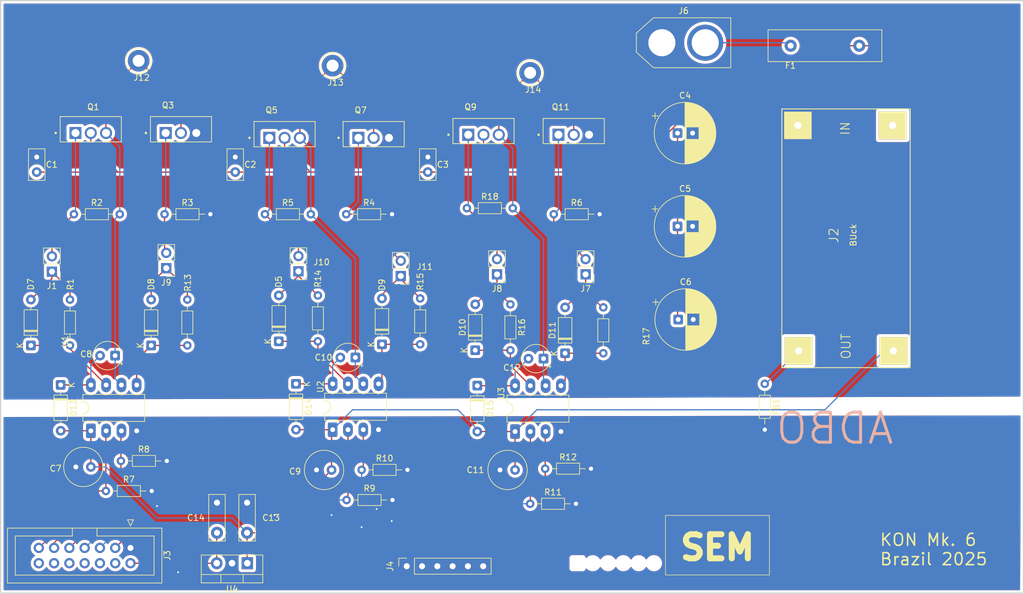
<source format=kicad_pcb>
(kicad_pcb (version 20241229) (generator "pcbnew") (generator_version "9.0")
  (layers (0 "F.Cu" signal) (2 "B.Cu" signal) (13 "F.Paste" user) (15 "B.Paste" user) (5 "F.SilkS" user "F.Silkscreen") (7 "B.SilkS" user "B.Silkscreen") (1 "F.Mask" user) (3 "B.Mask" user) (25 "Edge.Cuts" user))
  (net 0 "")
  (net 1 "Earth")
  (net 2 "VCC")
  (net 3 "MA")
  (net 4 "MB")
  (net 5 "MC")
  (net 6 "+12V")
  (net 7 "Net-(D13-K)")
  (net 8 "Net-(D14-K)")
  (net 9 "Net-(D15-K)")
  (net 10 "/LIN_B")
  (net 11 "/HIN_C")
  (net 12 "/LIN_C")
  (net 13 "/LIN_A")
  (net 14 "/HIN_A")
  (net 15 "/HIN_B")
  (net 16 "+5V")
  (net 17 "LO_B")
  (net 18 "LO_C")
  (net 19 "LO_A")
  (net 20 "HO_B")
  (net 21 "HO_A")
  (net 22 "HO_C")
  (net 23 "Net-(D5-K)")
  (net 24 "Net-(D5-A)")
  (net 25 "Net-(D7-A)")
  (net 26 "Net-(D7-K)")
  (net 27 "Net-(D8-A)")
  (net 28 "Net-(D8-K)")
  (net 29 "Net-(J6-Pin_2)")
  (net 30 "GND")
  (net 31 "Net-(J2-Pin_4)")
  (net 38 "Net-(D9-K)")
  (net 39 "Net-(D9-A)")
  (net 40 "Net-(D10-A)")
  (net 41 "Net-(D10-K)")
  (net 42 "Net-(D11-A)")
  (net 43 "Net-(D11-K)")
  (footprint "TestPoint:TestPoint_Loop_D3.80mm_Drill2.0mm" (layer "F.Cu") (at 115.174 57.31)
    (property "Reference" "J13")
    (property "Value" "B")
  )
  (footprint "Resistor_THT:R_Axial_DIN0204_L3.6mm_D1.6mm_P7.62mm_Horizontal" (layer "F.Cu") (at 144.72 96.985 -90)
    (property "Reference" "R16")
    (property "Value" "100")
  )
  (footprint "IRFZ44N:TO254P1016X419X2286-3" (layer "F.Cu") (at 122 69.31)
    (property "Reference" "Q7")
    (property "Value" "IRFZ44N" (hide yes))
  )
  (footprint "Capacitor_THT:CP_Radial_Tantal_D4.5mm_P2.50mm" (layer "F.Cu") (at 150.228856 106 180)
    (property "Reference" "C12")
    (property "Value" "6.8uF")
  )
  (footprint "Capacitor_THT:C_Radial_D6.3mm_H11.0mm_P2.50mm" (layer "F.Cu") (at 145.5 124.5 180)
    (property "Reference" "C11")
    (property "Value" "100uF")
  )
  (footprint "Package_DIP:DIP-8_W7.62mm_LongPads" (layer "F.Cu") (at 145.5 118.12 90)
    (property "Reference" "U3")
    (property "Value" "IR2101")
  )
  (footprint "Connector_IDC:IDC-Header_2x07_P2.54mm_Vertical" (layer "F.Cu") (at 81.59 137.46 -90)
    (property "Reference" "J3")
    (property "Value" "Logic_Conn")
  )
  (footprint "IRFZ44N:TO254P1016X419X2286-3" (layer "F.Cu") (at 155.25 68.795)
    (property "Reference" "Q11")
    (property "Value" "IRFZ44N" (hide yes))
  )
  (footprint "Diode_THT:D_DO-35_SOD27_P7.62mm_Horizontal" (layer "F.Cu") (at 139.22 110.5 -90)
    (property "Reference" "D15")
    (property "Value" "SR560")
  )
  (footprint "Resistor_THT:R_Axial_DIN0204_L3.6mm_D1.6mm_P7.62mm_Horizontal" (layer "F.Cu") (at 72.19 82)
    (property "Reference" "R2")
    (property "Value" "10K")
  )
  (footprint "TestPoint:TestPoint_Loop_D3.80mm_Drill2.0mm" (layer "F.Cu") (at 148 58.5)
    (property "Reference" "J14")
    (property "Value" "C")
  )
  (footprint "Diode_THT:D_DO-35_SOD27_P7.62mm_Horizontal" (layer "F.Cu") (at 109.092 110.19 -90)
    (property "Reference" "D14")
    (property "Value" "SR560")
  )
  (footprint "Diode_THT:D_DO-35_SOD27_P7.62mm_Horizontal" (layer "F.Cu") (at 65.03 103.81 90)
    (property "Reference" "D7")
    (property "Value" "SR560")
  )
  (footprint "Diode_THT:D_DO-35_SOD27_P7.62mm_Horizontal" (layer "F.Cu") (at 153.816 105.105 90)
    (property "Reference" "D11")
    (property "Value" "SR560")
  )
  (footprint "Resistor_THT:R_Axial_DIN0204_L3.6mm_D1.6mm_P7.62mm_Horizontal" (layer "F.Cu") (at 117.436 82)
    (property "Reference" "R4")
    (property "Value" "10K")
  )
  (footprint "Diode_THT:D_DO-35_SOD27_P7.62mm_Horizontal" (layer "F.Cu") (at 69.99 110.365 -90)
    (property "Reference" "D13")
    (property "Value" "SR560")
  )
  (footprint "Capacitor_THT:C_Disc_D5.0mm_W2.5mm_P2.50mm" (layer "F.Cu") (at 99 72.5 -90)
    (property "Reference" "C2")
    (property "Value" "2.2uF")
  )
  (footprint "Resistor_THT:R_Axial_DIN0204_L3.6mm_D1.6mm_P7.62mm_Horizontal" (layer "F.Cu") (at 117.5 129.5)
    (property "Reference" "R9")
    (property "Value" "10K")
  )
  (footprint "Capacitor_THT:C_Radial_D6.3mm_H11.0mm_P2.50mm" (layer "F.Cu") (at 75 124 180)
    (property "Reference" "C7")
    (property "Value" "100uF")
  )
  (footprint "Resistor_THT:R_Axial_DIN0204_L3.6mm_D1.6mm_P7.62mm_Horizontal" (layer "F.Cu") (at 77.5 128)
    (property "Reference" "R7")
    (property "Value" "10K")
  )
  (footprint "Resistor_THT:R_Axial_DIN0204_L3.6mm_D1.6mm_P7.62mm_Horizontal" (layer "F.Cu") (at 71.53 96.19 -90)
    (property "Reference" "R1")
    (property "Value" "100")
  )
  (footprint "IRFZ44N:TO254P1016X419X2286-3" (layer "F.Cu") (at 140.258 68.795)
    (property "Reference" "Q9")
    (property "Value" "IRFZ44N" (hide yes))
  )
  (footprint "Connector_PinHeader_2.54mm:PinHeader_1x02_P2.54mm_Vertical" (layer "F.Cu") (at 87.53 90.965 180)
    (property "Reference" "J9")
    (property "Value" "LOA_Enable")
  )
  (footprint "Diode_THT:D_DO-35_SOD27_P7.62mm_Horizontal" (layer "F.Cu") (at 85.0187 103.81 90)
    (property "Reference" "D8")
    (property "Value" "SR560")
  )
  (footprint "Capacitor_THT:C_Radial_D6.3mm_H11.0mm_P2.50mm" (layer "F.Cu") (at 115 124.5 180)
    (property "Reference" "C9")
    (property "Value" "100uF")
  )
  (footprint "Capacitor_THT:CP_Radial_Tantal_D4.5mm_P2.50mm" (layer "F.Cu") (at 79.03 105.5 180)
    (property "Reference" "C8")
    (property "Value" "6.8uF")
  )
  (footprint "IRFZ44N:TO254P1016X419X2286-3" (layer "F.Cu") (at 89.976 68.5)
    (property "Reference" "Q3")
    (property "Value" "IRFZ44N" (hide yes))
  )
  (footprint "Connector_PinHeader_2.54mm:PinHeader_1x02_P2.54mm_Vertical" (layer "F.Cu") (at 126.5 92.275 180)
    (property "Reference" "J11")
    (property "Value" "LOB_Enable")
  )
  (footprint "Resistor_THT:R_Axial_DIN0204_L3.6mm_D1.6mm_P7.62mm_Horizontal" (layer "F.Cu") (at 187 110.19 -90)
    (property "Reference" "FB1")
    (property "Value" "FerriteBead_Small")
  )
  (footprint "Diode_THT:D_DO-35_SOD27_P7.62mm_Horizontal" (layer "F.Cu") (at 123.38 103.62 90)
    (property "Reference" "D9")
    (property "Value" "SR560")
  )
  (footprint "Diode_THT:D_DO-35_SOD27_P7.62mm_Horizontal" (layer "F.Cu") (at 106.23 103.12 90)
    (property "Reference" "D5")
    (property "Value" "SR560")
  )
  (footprint "Resistor_THT:R_Axial_DIN0204_L3.6mm_D1.6mm_P7.62mm_Horizontal" (layer "F.Cu") (at 103.936 82)
    (property "Reference" "R5")
    (property "Value" "10K")
  )
  (footprint "Package_TO_SOT_THT:TO-220-3_Vertical" (layer "F.Cu") (at 101 140 180)
    (property "Reference" "U4")
    (property "Value" "LM7805_TO220")
  )
  (footprint "Capacitor_THT:CP_Radial_D10.0mm_P2.50mm" (layer "F.Cu") (at 172.5 84.013)
    (property "Reference" "C5")
    (property "Value" "220uF 100V")
  )
  (footprint "Resistor_THT:R_Axial_DIN0204_L3.6mm_D1.6mm_P7.62mm_Horizontal" (layer "F.Cu") (at 137.5 81)
    (property "Reference" "R18")
    (property "Value" "10K")
  )
  (footprint "IRFZ44N:TO254P1016X419X2286-3" (layer "F.Cu") (at 107.198 69.31)
    (property "Reference" "Q5")
    (property "Value" "IRFZ44N" (hide yes))
  )
  (footprint "Capacitor_THT:C_Disc_D7.5mm_W2.5mm_P5.00mm" (layer "F.Cu") (at 100.96 134.945 90)
    (property "Reference" "C13")
    (property "Value" "0.1uF")
  )
  (footprint "Connector_PinSocket_2.54mm:PinSocket_1x06_P2.54mm_Vertical" (layer "F.Cu") (at 127.5 140.5 90)
    (property "Reference" "J4")
    (property "Value" "Logic_Test")
  )
  (footprint "Resistor_THT:R_Axial_DIN0204_L3.6mm_D1.6mm_P7.62mm_Horizontal" (layer "F.Cu") (at 148 130.125)
    (property "Reference" "R11")
    (property "Value" "10K")
  )
  (footprint "Capacitor_THT:C_Disc_D7.5mm_W2.5mm_P5.00mm" (layer "F.Cu") (at 95.96 134.945 90)
    (property "Reference" "C14")
    (property "Value" "0.33uF")
  )
  (footprint "IRFZ44N:TO254P1016X419X2286-3" (layer "F.Cu") (at 74.984 68.5)
    (property "Reference" "Q1")
    (property "Value" "IRFZ44N" (hide yes))
  )
  (footprint "Resistor_THT:R_Axial_DIN0204_L3.6mm_D1.6mm_P7.62mm_Horizontal" (layer "F.Cu") (at 129.73 96 -90)
    (property "Reference" "R15")
    (property "Value" "100")
  )
  (footprint "Resistor_THT:R_Axial_DIN0204_L3.6mm_D1.6mm_P7.62mm_Horizontal" (layer "F.Cu") (at 160.166 97.485 -90)
    (property "Reference" "R17")
    (property "Value" "100")
  )
  (footprint "Capacitor_THT:CP_Radial_D10.0mm_P2.50mm" (layer "F.Cu") (at 172.6123 99.5)
    (property "Reference" "C6")
    (property "Value" "220uF 100V")
  )
  (footprint "Resistor_THT:R_Axial_DIN0204_L3.6mm_D1.6mm_P7.62mm_Horizontal" (layer "F.Cu") (at 120 124.485)
    (property "Reference" "R10")
    (property "Value" "10K")
  )
  (footprint "DC_DC_LM2596_small:DC_DC_LM2596_small" (layer "F.Cu") (at 199.865 85.529 -90)
    (property "Reference" "J2")
    (property "Value" "BUck")
  )
  (footprint "Diode_THT:D_DO-35_SOD27_P7.62mm_Horizontal" (layer "F.Cu") (at 138.878 104.605 90)
    (property "Reference" "D10")
    (property "Value" "SR560")
  )
  (footprint "Connector_PinHeader_2.54mm:PinHeader_1x02_P2.54mm_Vertical" (layer "F.Cu") (at 157.22 92 180)
    (property "Reference" "J7")
    (property "Value" "LOC_Enable")
  )
  (footprint "Package_DIP:DIP-8_W7.62mm_LongPads" (layer "F.Cu") (at 115.19 117.81 90)
    (property "Reference" "U2")
    (property "Value" "IR2101")
  )
  (footprint "Connector_PinHeader_2.54mm:PinHeader_1x02_P2.54mm_Vertical" (layer "F.Cu") (at 68.53 91.54 180)
    (property "Reference" "J1")
    (property "Value" "HOA_Enable")
  )
  (footprint "Resistor_THT:R_Axial_DIN0204_L3.6mm_D1.6mm_P7.62mm_Horizontal" (layer "F.Cu") (at 112.73 95.5 -90)
    (property "Reference" "R14")
    (property "Value" "100")
  )
  (footprint "Connector_AMASS:AMASS_XT60-F_1x02_P7.20mm_Vertical" (layer "F.Cu") (at 169.9 53.5)
    (property "Reference" "J6")
    (property "Value" "IN")
  )
  (footprint "Package_DIP:DIP-8_W7.62mm_LongPads" (layer "F.Cu") (at 75 118 90)
    (property "Reference" "U1")
    (property "Value" "IR2101")
  )
  (footprint "TestPoint:TestPoint_Loop_D3.80mm_Drill2.0mm" (layer "F.Cu") (at 82.944 56.5)
    (property "Reference" "J12")
    (property "Value" "A")
  )
  (footprint "Capacitor_THT:CP_Radial_D10.0mm_P2.50mm" (layer "F.Cu") (at 172.5 68.526)
    (property "Reference" "C4")
    (property "Value" "220uF 100V")
  )
  (footprint "Connector_PinHeader_2.54mm:PinHeader_1x02_P2.54mm_Vertical" (layer "F.Cu") (at 109.5 91.5 180)
    (property "Reference" "J10")
    (property "Value" "HOB_Enable")
  )
  (footprint "Fuse:Fuse_Littelfuse-LVR100" (layer "F.Cu") (at 202.7 54 180)
    (property "Reference" "F1")
    (property "Value" "Fuse")
  )
  (footprint "Resistor_THT:R_Axial_DIN0204_L3.6mm_D1.6mm_P7.62mm_Horizontal" (layer "F.Cu") (at 87.246 82)
    (property "Reference" "R3")
    (property "Value" "10K")
  )
  (footprint "Connector_PinHeader_2.54mm:PinHeader_1x02_P2.54mm_Vertical" (layer "F.Cu") (at 142.5 92 180)
    (property "Reference" "J8")
    (property "Value" "HOC_Enable")
  )
  (footprint "Capacitor_THT:CP_Radial_Tantal_D4.5mm_P2.50mm" (layer "F.Cu") (at 118.9589 105.81 180)
    (property "Reference" "C10")
    (property "Value" "6.8uF")
  )
  (footprint "Resistor_THT:R_Axial_DIN0204_L3.6mm_D1.6mm_P7.62mm_Horizontal" (layer "F.Cu") (at 80 123)
    (property "Reference" "R8")
    (property "Value" "10K")
  )
  (footprint "Resistor_THT:R_Axial_DIN0204_L3.6mm_D1.6mm_P7.62mm_Horizontal" (layer "F.Cu") (at 150.5 124.295)
    (property "Reference" "R12")
    (property "Value" "10K")
  )
  (footprint "Capacitor_THT:C_Disc_D5.0mm_W2.5mm_P2.50mm" (layer "F.Cu") (at 66 72.5 -90)
    (property "Reference" "C1")
    (property "Value" "2.2uF")
  )
  (footprint "Resistor_THT:R_Axial_DIN0204_L3.6mm_D1.6mm_P7.62mm_Horizontal" (layer "F.Cu") (at 91.03 96.19 -90)
    (property "Reference" "R13")
    (property "Value" "100")
  )
  (footprint "Capacitor_THT:C_Disc_D5.0mm_W2.5mm_P2.50mm" (layer "F.Cu") (at 131 72.5 -90)
    (property "Reference" "C3")
    (property "Value" "2.2uF")
  )
  (footprint "Resistor_THT:R_Axial_DIN0204_L3.6mm_D1.6mm_P7.62mm_Horizontal" (layer "F.Cu") (at 151.936 82)
    (property "Reference" "R6")
    (property "Value" "10K")
  )
  (gr_rect (start 60 46.5) (end 230 144.98) (stroke (width 0.2)) (fill no) (layer "Edge.Cuts"))
  (gr_text "KON Mk. 6\nBrazil 2025" (at 206 140.5 0) (layer "F.SilkS") (effects (font (size 2 2) (thickness 0.25) (bold yes)) (justify left bottom)))
  (gr_text "ADBO" (at 208.719 120.529 0) (layer "B.SilkS") (effects (font (size 5 5) (thickness 0.5)) (justify left bottom mirror)))
  (gr_text_box "SEM" (start 170.5 132.047) (end 187.772 141.953) (margins 3.05 3.05 3.05 3.05) (layer "F.SilkS") (effects (font (size 4 4) (thickness 1) (bold yes)) (justify top)) (border yes) (stroke (width 0.1)))
  (segment (start 111.5 75) (end 79.5 75) (width 0.2) (layer "F.Cu") (net 2))
  (segment (start 107.198 69.31) (end 107.198 70.698) (width 0.2) (layer "F.Cu") (net 2))
  (segment (start 172.5 75) (end 172.5 84.013) (width 0.2) (layer "F.Cu") (net 2))
  (segment (start 172.5 84.013) (end 172.5 99.3877) (width 0.2) (layer "F.Cu") (net 2))
  (segment (start 107.198 70.698) (end 111.5 75) (width 0.2) (layer "F.Cu") (net 2))
  (segment (start 79.5 75) (end 66 75) (width 0.2) (layer "F.Cu") (net 2))
  (segment (start 144 75) (end 112.5 75) (width 0.2) (layer "F.Cu") (net 2))
  (segment (start 202.7 54) (end 198.5 54) (width 0.2) (layer "F.Cu") (net 2))
  (segment (start 198.5 54) (end 192.5 60) (width 0.2) (layer "F.Cu") (net 2))
  (segment (start 107.198 69.31) (end 107.31 69.31) (width 0.2) (layer "F.Cu") (net 2))
  (segment (start 172.5 99.3877) (end 172.6123 99.5) (width 0.2) (layer "F.Cu") (net 2))
  (segment (start 172.5 68.526) (end 172.5 75) (width 0.2) (layer "F.Cu") (net 2))
  (segment (start 112.5 75) (end 111.5 75) (width 0.2) (layer "F.Cu") (net 2))
  (segment (start 140.258 71.258) (end 144 75) (width 0.2) (layer "F.Cu") (net 2))
  (segment (start 192.5 60) (end 179.4137 60) (width 0.2) (layer "F.Cu") (net 2))
  (segment (start 74.984 70.484) (end 79.5 75) (width 0.2) (layer "F.Cu") (net 2))
  (segment (start 202.7 54) (end 207 54) (width 0.2) (layer "F.Cu") (net 2))
  (segment (start 206.577 67.241) (end 208.247 67.241) (width 0.2) (layer "F.Cu") (net 2))
  (segment (start 107.31 69.31) (end 108 70) (width 0.2) (layer "F.Cu") (net 2))
  (segment (start 179.4137 60) (end 170.8877 68.526) (width 0.2) (layer "F.Cu") (net 2))
  (segment (start 140.258 68.795) (end 140.258 71.258) (width 0.2) (layer "F.Cu") (net 2))
  (segment (start 170.8877 75) (end 144 75) (width 0.2) (layer "F.Cu") (net 2))
  (segment (start 74.984 68.5) (end 74.984 70.484) (width 0.2) (layer "F.Cu") (net 2))
  (segment (start 77.524 68.5) (end 77.5 68.476) (width 0.2) (layer "F.Cu") (net 3))
  (segment (start 83 56.5) (end 82.944 56.5) (width 0.2) (layer "F.Cu") (net 3))
  (segment (start 89.976 68.5) (end 89.976 63.476) (width 0.2) (layer "F.Cu") (net 3))
  (segment (start 77.5 68.476) (end 77.5 61.944) (width 0.2) (layer "F.Cu") (net 3))
  (segment (start 89.976 63.476) (end 83 56.5) (width 0.2) (layer "F.Cu") (net 3))
  (segment (start 77.5 61.944) (end 82.944 56.5) (width 0.2) (layer "F.Cu") (net 3))
  (segment (start 79.03 109.33) (end 80.08 110.38) (width 0.2) (layer "B.Cu") (net 3))
  (segment (start 79.81 70.786) (end 79.81 82) (width 0.2) (layer "B.Cu") (net 3))
  (segment (start 79.03 82.78) (end 79.03 105.5) (width 0.2) (layer "B.Cu") (net 3))
  (segment (start 79.81 82) (end 79.03 82.78) (width 0.2) (layer "B.Cu") (net 3))
  (segment (start 79.03 105.5) (end 79.03 109.33) (width 0.2) (layer "B.Cu") (net 3))
  (segment (start 77.524 68.5) (end 79.81 70.786) (width 0.2) (layer "B.Cu") (net 3))
  (segment (start 122 69.12) (end 122.19 69.31) (width 0.2) (layer "F.Cu") (net 4))
  (segment (start 115.174 57.31) (end 115.31 57.31) (width 0.2) (layer "F.Cu") (net 4))
  (segment (start 115.31 57.31) (end 122 64) (width 0.2) (layer "F.Cu") (net 4))
  (segment (start 109.738 69.31) (end 109.738 62.746) (width 0.2) (layer "F.Cu") (net 4))
  (segment (start 109.738 62.746) (end 115.174 57.31) (width 0.2) (layer "F.Cu") (net 4))
  (segment (start 122 64) (end 122 69.12) (width 0.2) (layer "F.Cu") (net 4))
  (segment (start 111.556 82) (end 118.9589 89.4029) (width 0.2) (layer "B.Cu") (net 4))
  (segment (start 118.9589 105.81) (end 118.9589 108.8789) (width 0.2) (layer "B.Cu") (net 4))
  (segment (start 118.9589 89.4029) (end 118.9589 105.81) (width 0.2) (layer "B.Cu") (net 4))
  (segment (start 118.9589 108.8789) (end 120.27 110.19) (width 0.2) (layer "B.Cu") (net 4))
  (segment (start 109.738 69.31) (end 111.556 71.128) (width 0.2) (layer "B.Cu") (net 4))
  (segment (start 111.556 71.128) (end 111.556 82) (width 0.2) (layer "B.Cu") (net 4))
  (segment (start 148 58.5) (end 142.798 63.702) (width 0.2) (layer "F.Cu") (net 5))
  (segment (start 155.25 65.75) (end 155.25 68.795) (width 0.2) (layer "F.Cu") (net 5))
  (segment (start 148 58.5) (end 155.25 65.75) (width 0.2) (layer "F.Cu") (net 5))
  (segment (start 142.798 63.702) (end 142.798 68.795) (width 0.2) (layer "F.Cu") (net 5))
  (segment (start 145.12 71.117) (end 145.12 81) (width 0.2) (layer "B.Cu") (net 5))
  (segment (start 150.228856 106) (end 150.228856 110.148856) (width 0.2) (layer "B.Cu") (net 5))
  (segment (start 145.12 81) (end 150.228856 86.108856) (width 0.2) (layer "B.Cu") (net 5))
  (segment (start 150.228856 86.108856) (end 150.228856 106) (width 0.2) (layer "B.Cu") (net 5))
  (segment (start 142.798 68.795) (end 145.12 71.117) (width 0.2) (layer "B.Cu") (net 5))
  (segment (start 150.228856 110.148856) (end 150.58 110.5) (width 0.2) (layer "B.Cu") (net 5))
  (segment (start 100.96 139.96) (end 100.96 134.945) (width 0.2) (layer "F.Cu") (net 6))
  (segment (start 145.5 118.12) (end 145.5 124.5) (width 0.2) (layer "F.Cu") (net 6))
  (segment (start 139.22 118.12) (end 145.42 118.12) (width 0.2) (layer "F.Cu") (net 6))
  (segment (start 75.175 117.985) (end 75.19 118) (width 0.2) (layer "F.Cu") (net 6))
  (segment (start 114.675 118.795) (end 114.69 118.81) (width 0.2) (layer "F.Cu") (net 6))
  (segment (start 101 140) (end 100.96 139.96) (width 0.2) (layer "F.Cu") (net 6))
  (segment (start 109.092 117.81) (end 115.19 117.81) (width 0.2) (layer "F.Cu") (net 6))
  (segment (start 115 118.81) (end 115 124.5) (width 0.2) (layer "F.Cu") (net 6))
  (segment (start 69.99 117.985) (end 75.175 117.985) (width 0.2) (layer "F.Cu") (net 6))
  (segment (start 104.555 134.945) (end 100.96 134.945) (width 0.2) (layer "F.Cu") (net 6))
  (segment (start 75 124) (end 75 118) (width 0.2) (layer "F.Cu") (net 6))
  (segment (start 115 124.5) (end 104.555 134.945) (width 0.2) (layer "F.Cu") (net 6))
  (segment (start 98.515 132.5) (end 100.96 134.945) (width 0.2) (layer "B.Cu") (net 6))
  (segment (start 139.22 117.72) (end 139.22 118.12) (width 0.2) (layer "B.Cu") (net 6))
  (segment (start 118.5 114.5) (end 136 114.5) (width 0.2) (layer "B.Cu") (net 6))
  (segment (start 75 124) (end 77.5 124) (width 0.2) (layer "B.Cu") (net 6))
  (segment (start 149.12 114.5) (end 197 114.5) (width 0.2) (layer "B.Cu") (net 6))
  (segment (start 86 132.5) (end 98.515 132.5) (width 0.2) (layer "B.Cu") (net 6))
  (segment (start 145.5 118.12) (end 149.12 114.5) (width 0.2) (layer "B.Cu") (net 6))
  (segment (start 206.794 104.706) (end 208.374 104.706) (width 0.2) (layer "B.Cu") (net 6))
  (segment (start 136 114.5) (end 139.22 117.72) (width 0.2) (layer "B.Cu") (net 6))
  (segment (start 77.5 124) (end 86 132.5) (width 0.2) (layer "B.Cu") (net 6))
  (segment (start 197 114.5) (end 206.794 104.706) (width 0.2) (layer "B.Cu") (net 6))
  (segment (start 115.19 117.81) (end 118.5 114.5) (width 0.2) (layer "B.Cu") (net 6))
  (segment (start 75.175 110.365) (end 75.19 110.38) (width 0.2) (layer "F.Cu") (net 7))
  (segment (start 69.99 110.365) (end 75.175 110.365) (width 0.2) (layer "F.Cu") (net 7))
  (segment (start 75 107.03) (end 75 110.38) (width 0.2) (layer "B.Cu") (net 7))
  (segment (start 76.53 105.5) (end 75 107.03) (width 0.2) (layer "B.Cu") (net 7))
  (segment (start 114.675 111.175) (end 114.69 111.19) (width 0.2) (layer "F.Cu") (net 8))
  (segment (start 109.092 110.19) (end 115.19 110.19) (width 0.2) (layer "F.Cu") (net 8))
  (segment (start 116.4589 105.81) (end 115.19 107.0789) (width 0.2) (layer "B.Cu") (net 8))
  (segment (start 115.19 107.0789) (end 115.19 110.19) (width 0.2) (layer "B.Cu") (net 8))
  (segment (start 139.22 110.675) (end 139.395 110.5) (width 0.2) (layer "F.Cu") (net 9))
  (segment (start 139.22 110.5) (end 145.42 110.5) (width 0.2) (layer "F.Cu") (net 9))
  (segment (start 147.728856 106) (end 145.5 108.228856) (width 0.2) (layer "B.Cu") (net 9))
  (segment (start 145.5 108.228856) (end 145.5 110.5) (width 0.2) (layer "B.Cu") (net 9))
  (segment (start 120.27 117.81) (end 120.27 124.215) (width 0.2) (layer "F.Cu") (net 10))
  (segment (start 120.27 124.215) (end 120 124.485) (width 0.2) (layer "F.Cu") (net 10))
  (segment (start 76.5 135) (end 90 135) (width 0.2) (layer "B.Cu") (net 10))
  (segment (start 74 137.5) (end 76.5 135) (width 0.2) (layer "B.Cu") (net 10))
  (segment (start 135.12 140.5) (end 131.12 136.5) (width 0.2) (layer "B.Cu") (net 10))
  (segment (start 73.97 137.47) (end 74 137.5) (width 0.2) (layer "B.Cu") (net 10))
  (segment (start 131.12 136.5) (end 110.5 136.5) (width 0.2) (layer "B.Cu") (net 10))
  (segment (start 92.5 137.5) (end 109.5 137.5) (width 0.2) (layer "B.Cu") (net 10))
  (segment (start 90 135) (end 92.5 137.5) (width 0.2) (layer "B.Cu") (net 10))
  (segment (start 117.5 133.5) (end 120 131) (width 0.2) (layer "B.Cu") (net 10))
  (segment (start 73.97 137.46) (end 73.97 137.47) (width 0.2) (layer "B.Cu") (net 10))
  (segment (start 110.5 136.5) (end 113.5 133.5) (width 0.2) (layer "B.Cu") (net 10))
  (segment (start 120 131) (end 120 124.485) (width 0.2) (layer "B.Cu") (net 10))
  (segment (start 113.5 133.5) (end 117.5 133.5) (width 0.2) (layer "B.Cu") (net 10))
  (segment (start 109.5 137.5) (end 110.5 136.5) (width 0.2) (layer "B.Cu") (net 10))
  (segment (start 90 142.5) (end 89.5 142) (width 0.2) (layer "F.Cu") (net 11))
  (segment (start 89.5 142) (end 89.5 141.5) (width 0.2) (layer "F.Cu") (net 11))
  (segment (start 148.04 118.12) (end 148.04 129.975) (width 0.2) (layer "F.Cu") (net 11))
  (segment (start 109.5 142.5) (end 90 142.5) (width 0.2) (layer "F.Cu") (net 11))
  (segment (start 148.04 129.975) (end 148.19 130.125) (width 0.2) (layer "F.Cu") (net 11))
  (segment (start 120 134) (end 118 134) (width 0.2) (layer "F.Cu") (net 11))
  (segment (start 118 134) (end 109.5 142.5) (width 0.2) (layer "F.Cu") (net 11))
  (via (at 120 134) (size 0.6) (drill 0.3) (layers "F.Cu" "B.Cu") (net 11))
  (via (at 89.5 141.5) (size 0.6) (drill 0.3) (layers "F.Cu" "B.Cu") (net 11))
  (segment (start 83.5 135.5) (end 78.47 135.5) (width 0.2) (layer "B.Cu") (net 11))
  (segment (start 148 130.125) (end 136 130.125) (width 0.2) (layer "B.Cu") (net 11))
  (segment (start 89.5 141.5) (end 83.5 135.5) (width 0.2) (layer "B.Cu") (net 11))
  (segment (start 120 134) (end 126.5 134) (width 0.2) (layer "B.Cu") (net 11))
  (segment (start 137.66 140.5) (end 137.66 131.785) (width 0.2) (layer "B.Cu") (net 11))
  (segment (start 130.375 130.125) (end 136 130.125) (width 0.2) (layer "B.Cu") (net 11))
  (segment (start 78.47 135.5) (end 76.51 137.46) (width 0.2) (layer "B.Cu") (net 11))
  (segment (start 137.66 131.785) (end 136 130.125) (width 0.2) (layer "B.Cu") (net 11))
  (segment (start 126.5 134) (end 130.375 130.125) (width 0.2) (layer "B.Cu") (net 11))
  (segment (start 148.5 132) (end 150.5 130) (width 0.2) (layer "F.Cu") (net 12))
  (segment (start 140.2 140.3) (end 148.5 132) (width 0.2) (layer "F.Cu") (net 12))
  (segment (start 115 132) (end 148.5 132) (width 0.2) (layer "F.Cu") (net 12))
  (segment (start 150.5 130) (end 150.5 124.295) (width 0.2) (layer "F.Cu") (net 12))
  (segment (start 84.51 132) (end 105.5 132) (width 0.2) (layer "F.Cu") (net 12))
  (segment (start 150.5 118.2) (end 150.58 118.12) (width 0.2) (layer "F.Cu") (net 12))
  (segment (start 150.5 124.295) (end 150.5 118.2) (width 0.2) (layer "F.Cu") (net 12))
  (segment (start 140.2 140.5) (end 140.2 140.3) (width 0.2) (layer "F.Cu") (net 12))
  (segment (start 79.05 137.46) (end 84.51 132) (width 0.2) (layer "F.Cu") (net 12))
  (via (at 115 132) (size 0.6) (drill 0.3) (layers "F.Cu" "B.Cu") (net 12))
  (via (at 105.5 132) (size 0.6) (drill 0.3) (layers "F.Cu" "B.Cu") (net 12))
  (segment (start 105.5 132) (end 115 132) (width 0.2) (layer "B.Cu") (net 12))
  (segment (start 80 128.5) (end 73.5 135) (width 0.2) (layer "F.Cu") (net 13))
  (segment (start 80 123) (end 80 118.08) (width 0.2) (layer "F.Cu") (net 13))
  (segment (start 73.5 135) (end 70.5 135) (width 0.2) (layer "F.Cu") (net 13))
  (segment (start 70.5 135) (end 68.89 136.61) (width 0.2) (layer "F.Cu") (net 13))
  (segment (start 80 118.08) (end 80.08 118) (width 0.2) (layer "F.Cu") (net 13))
  (segment (start 68.89 136.61) (end 68.89 137.46) (width 0.2) (layer "F.Cu") (net 13))
  (segment (start 80 123) (end 80 128.5) (width 0.2) (layer "F.Cu") (net 13))
  (segment (start 77.5 128) (end 75.81 128) (width 0.2) (layer "F.Cu") (net 14))
  (segment (start 77.5 118.04) (end 77.54 118) (width 0.2) (layer "F.Cu") (net 14))
  (segment (start 75.81 128) (end 66.35 137.46) (width 0.2) (layer "F.Cu") (net 14))
  (segment (start 77.5 128) (end 77.5 118.04) (width 0.2) (layer "F.Cu") (net 14))
  (segment (start 132.58 140.5) (end 132.5 140.5) (width 0.2) (layer "F.Cu") (net 15))
  (segment (start 73.39 135.5) (end 71.43 137.46) (width 0.2) (layer "F.Cu") (net 15))
  (segment (start 117.73 129.27) (end 117.5 129.5) (width 0.2) (layer "F.Cu") (net 15))
  (segment (start 80 130.5) (end 75 135.5) (width 0.2) (layer "F.Cu") (net 15))
  (segment (start 117.73 127.5) (end 121.23 131) (width 0.2) (layer "F.Cu") (net 15))
  (segment (start 75 135.5) (end 73.39 135.5) (width 0.2) (layer "F.Cu") (net 15))
  (segment (start 86 130.5) (end 80 130.5) (width 0.2) (layer "F.Cu") (net 15))
  (segment (start 132.5 140.5) (end 125 133) (width 0.2) (layer "F.Cu") (net 15))
  (segment (start 117.73 117.81) (end 117.73 127.5) (width 0.2) (layer "F.Cu") (net 15))
  (segment (start 121.23 131) (end 122.5 131) (width 0.2) (layer "F.Cu") (net 15))
  (segment (start 117.73 127.5) (end 117.73 129.27) (width 0.2) (layer "F.Cu") (net 15))
  (via (at 122.5 131) (size 0.6) (drill 0.3) (layers "F.Cu" "B.Cu") (net 15))
  (via (at 86 130.5) (size 0.6) (drill 0.3) (layers "F.Cu" "B.Cu") (net 15))
  (via (at 125 133) (size 0.6) (drill 0.3) (layers "F.Cu" "B.Cu") (net 15))
  (segment (start 122.5 131) (end 123 131) (width 0.2) (layer "B.Cu") (net 15))
  (segment (start 123 131) (end 125 133) (width 0.2) (layer "B.Cu") (net 15))
  (segment (start 108 129.5) (end 107.5 129) (width 0.2) (layer "B.Cu") (net 15))
  (segment (start 89 127.5) (end 86 130.5) (width 0.2) (layer "B.Cu") (net 15))
  (segment (start 107.5 129) (end 106 127.5) (width 0.2) (layer "B.Cu") (net 15))
  (segment (start 117.5 129.5) (end 108 129.5) (width 0.2) (layer "B.Cu") (net 15))
  (segment (start 106 127.5) (end 89 127.5) (width 0.2) (layer "B.Cu") (net 15))
  (segment (start 81.59 140) (end 95.92 140) (width 0.2) (layer "F.Cu") (net 16))
  (segment (start 95.92 140) (end 95.92 134.985) (width 0.2) (layer "F.Cu") (net 16))
  (segment (start 95.92 134.985) (end 95.96 134.945) (width 0.2) (layer "F.Cu") (net 16))
  (segment (start 118.765 82) (end 117.436 82) (width 0.2) (layer "F.Cu") (net 17))
  (segment (start 126.5 89.735) (end 118.765 82) (width 0.2) (layer "F.Cu") (net 17))
  (segment (start 119.46 69.31) (end 119.46 79.976) (width 0.2) (layer "B.Cu") (net 17))
  (segment (start 119.46 79.976) (end 117.436 82) (width 0.2) (layer "B.Cu") (net 17))
  (segment (start 157.22 89.46) (end 151.936 84.176) (width 0.2) (layer "F.Cu") (net 18))
  (segment (start 151.936 84.176) (end 151.936 82) (width 0.2) (layer "F.Cu") (net 18))
  (segment (start 152.71 68.795) (end 152.71 81.226) (width 0.2) (layer "B.Cu") (net 18))
  (segment (start 152.71 81.226) (end 151.936 82) (width 0.2) (layer "B.Cu") (net 18))
  (segment (start 87.53 88.425) (end 87.246 88.141) (width 0.2) (layer "F.Cu") (net 19))
  (segment (start 87.246 88.141) (end 87.246 82) (width 0.2) (layer "F.Cu") (net 19))
  (segment (start 87.436 81.81) (end 87.246 82) (width 0.2) (layer "B.Cu") (net 19))
  (segment (start 87.436 68.5) (end 87.436 81.81) (width 0.2) (layer "B.Cu") (net 19))
  (segment (start 109.5 87.564) (end 103.936 82) (width 0.2) (layer "F.Cu") (net 20))
  (segment (start 109.5 88.96) (end 109.5 87.564) (width 0.2) (layer "F.Cu") (net 20))
  (segment (start 104.658 69.31) (end 104.658 81.278) (width 0.2) (layer "B.Cu") (net 20))
  (segment (start 104.658 81.278) (end 103.936 82) (width 0.2) (layer "B.Cu") (net 20))
  (segment (start 68.53 89) (end 68.53 85.66) (width 0.2) (layer "F.Cu") (net 21))
  (segment (start 68.53 85.66) (end 72.19 82) (width 0.2) (layer "F.Cu") (net 21))
  (segment (start 72.444 81.746) (end 72.19 82) (width 0.2) (layer "B.Cu") (net 21))
  (segment (start 72.444 68.5) (end 72.444 81.746) (width 0.2) (layer "B.Cu") (net 21))
  (segment (start 142.5 86) (end 137.5 81) (width 0.2) (layer "F.Cu") (net 22))
  (segment (start 142.5 89.46) (end 142.5 86) (width 0.2) (layer "F.Cu") (net 22))
  (segment (start 137.718 68.795) (end 137.718 80.782) (width 0.2) (layer "B.Cu") (net 22))
  (segment (start 137.718 80.782) (end 137.5 81) (width 0.2) (layer "B.Cu") (net 22))
  (segment (start 112.73 103.12) (end 112.73 105.19) (width 0.2) (layer "F.Cu") (net 23))
  (segment (start 112.73 105.19) (end 117.73 110.19) (width 0.2) (layer "F.Cu") (net 23))
  (segment (start 106.23 103.12) (end 112.73 103.12) (width 0.2) (layer "F.Cu") (net 23))
  (segment (start 112.73 95.5) (end 109.5 92.27) (width 0.2) (layer "F.Cu") (net 24))
  (segment (start 109.5 92.23) (end 109.5 91.5) (width 0.2) (layer "F.Cu") (net 24))
  (segment (start 109.5 92.27) (end 109.5 91.5) (width 0.2) (layer "F.Cu") (net 24))
  (segment (start 106.23 95.5) (end 109.5 92.23) (width 0.2) (layer "F.Cu") (net 24))
  (segment (start 71.53 96.19) (end 71.53 94.54) (width 0.2) (layer "F.Cu") (net 25))
  (segment (start 68.53 92.69) (end 68.53 91.54) (width 0.2) (layer "F.Cu") (net 25))
  (segment (start 71.53 94.54) (end 68.53 91.54) (width 0.2) (layer "F.Cu") (net 25))
  (segment (start 65.03 96.19) (end 68.53 92.69) (width 0.2) (layer "F.Cu") (net 25))
  (segment (start 71.53 103.81) (end 65.03 103.81) (width 0.2) (layer "F.Cu") (net 26))
  (segment (start 71.53 104.37) (end 71.53 103.81) (width 0.2) (layer "F.Cu") (net 26))
  (segment (start 77.54 110.38) (end 71.53 104.37) (width 0.2) (layer "F.Cu") (net 26))
  (segment (start 85.0187 93.4763) (end 87.53 90.965) (width 0.2) (layer "F.Cu") (net 27))
  (segment (start 91.03 94.465) (end 87.53 90.965) (width 0.2) (layer "F.Cu") (net 27))
  (segment (start 85.0187 96.19) (end 85.0187 93.4763) (width 0.2) (layer "F.Cu") (net 27))
  (segment (start 91.03 96.19) (end 91.03 94.465) (width 0.2) (layer "F.Cu") (net 27))
  (segment (start 82.62 106.2087) (end 85.0187 103.81) (width 0.2) (layer "F.Cu") (net 28))
  (segment (start 85.0187 103.81) (end 91.03 103.81) (width 0.2) (layer "F.Cu") (net 28))
  (segment (start 82.62 110.38) (end 82.62 106.2087) (width 0.2) (layer "F.Cu") (net 28))
  (segment (start 177.1 53.5) (end 190.8 53.5) (width 0.2) (layer "B.Cu") (net 29))
  (segment (start 190.8 53.5) (end 191.3 54) (width 0.2) (layer "B.Cu") (net 29))
  (segment (start 187 110.19) (end 187.142 110.19) (width 0.2) (layer "B.Cu") (net 31))
  (segment (start 187.142 110.19) (end 192.626 104.706) (width 0.2) (layer "B.Cu") (net 31))
  (segment (start 129.73 103.62) (end 123.38 103.62) (width 0.2) (layer "F.Cu") (net 38))
  (segment (start 123.38 103.62) (end 123.38 109.62) (width 0.2) (layer "F.Cu") (net 38))
  (segment (start 123.38 109.62) (end 122.81 110.19) (width 0.2) (layer "F.Cu") (net 38))
  (segment (start 123.38 96) (end 123.38 95.395) (width 0.2) (layer "F.Cu") (net 39))
  (segment (start 126.5 92.77) (end 129.73 96) (width 0.2) (layer "F.Cu") (net 39))
  (segment (start 123.38 95.395) (end 126.5 92.275) (width 0.2) (layer "F.Cu") (net 39))
  (segment (start 126.5 92.275) (end 126.5 92.77) (width 0.2) (layer "F.Cu") (net 39))
  (segment (start 142.5 92) (end 142.5 94.765) (width 0.2) (layer "F.Cu") (net 40))
  (segment (start 142.5 93.363) (end 142.5 92) (width 0.2) (layer "F.Cu") (net 40))
  (segment (start 138.878 96.985) (end 142.5 93.363) (width 0.2) (layer "F.Cu") (net 40))
  (segment (start 142.5 94.765) (end 144.72 96.985) (width 0.2) (layer "F.Cu") (net 40))
  (segment (start 144.72 104.605) (end 144.72 107.18) (width 0.2) (layer "F.Cu") (net 41))
  (segment (start 148.04 110.5) (end 148.04 109.54) (width 0.2) (layer "F.Cu") (net 41))
  (segment (start 144.72 107.18) (end 148.04 110.5) (width 0.2) (layer "F.Cu") (net 41))
  (segment (start 138.878 104.605) (end 144.72 104.605) (width 0.2) (layer "F.Cu") (net 41))
  (segment (start 157.22 94.72) (end 157.22 92) (width 0.2) (layer "F.Cu") (net 42))
  (segment (start 157.22 94.081) (end 157.22 92) (width 0.2) (layer "F.Cu") (net 42))
  (segment (start 160.166 97.485) (end 159.985 97.485) (width 0.2) (layer "F.Cu") (net 42))
  (segment (start 153.816 97.485) (end 157.22 94.081) (width 0.2) (layer "F.Cu") (net 42))
  (segment (start 159.985 97.485) (end 157.22 94.72) (width 0.2) (layer "F.Cu") (net 42))
  (segment (start 153.816 109.804) (end 153.12 110.5) (width 0.2) (layer "F.Cu") (net 43))
  (segment (start 160.166 105.105) (end 153.816 105.105) (width 0.2) (layer "F.Cu") (net 43))
  (segment (start 153.816 105.105) (end 153.816 109.804) (width 0.2) (layer "F.Cu") (net 43))
  (zone (net 1) (net_name "Earth") (layers "F.Cu" "B.Cu") (connect_pads yes (clearance 0.5)) (min_thickness 0.25) (fill yes (thermal_gap 0.5) (thermal_bridge_width 0.5))
    (polygon (pts (xy 60.254 144.798) (xy 229.418 144.798) (xy 229.589644 115.446587) (xy 60.254 115.700464)))
  )
  (zone (net 30) (net_name "GND") (layers "F.Cu" "B.Cu") (name "PowerGround") (priority 1) (connect_pads yes (clearance 0.5)) (min_thickness 0.25) (fill yes (thermal_gap 0.5) (thermal_bridge_width 0.5))
    (polygon (pts (xy 60.254 46.754) (xy 60.254 112.802248) (xy 229.672 112.302248) (xy 229.672 46.754)))
  )
)
</source>
